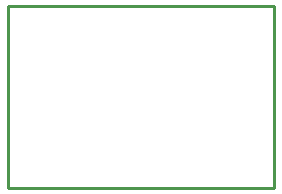
<source format=gko>
G04 Layer_Color=16711935*
%FSLAX24Y24*%
%MOIN*%
G70*
G01*
G75*
%ADD11C,0.0100*%
D11*
X26200Y35050D02*
X35050D01*
Y29000D02*
Y35050D01*
X26200Y29000D02*
X35050D01*
X26200D02*
Y35050D01*
M02*

</source>
